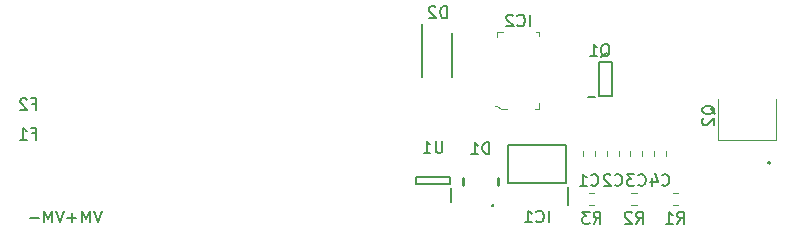
<source format=gbr>
G04 #@! TF.GenerationSoftware,KiCad,Pcbnew,5.1.0-unknown-9e240db~82~ubuntu18.04.1*
G04 #@! TF.CreationDate,2019-04-20T17:34:27+02:00*
G04 #@! TF.ProjectId,VoltMax PWM Board A,566f6c74-4d61-4782-9050-574d20426f61,rev?*
G04 #@! TF.SameCoordinates,Original*
G04 #@! TF.FileFunction,Legend,Bot*
G04 #@! TF.FilePolarity,Positive*
%FSLAX46Y46*%
G04 Gerber Fmt 4.6, Leading zero omitted, Abs format (unit mm)*
G04 Created by KiCad (PCBNEW 5.1.0-unknown-9e240db~82~ubuntu18.04.1) date 2019-04-20 17:34:27*
%MOMM*%
%LPD*%
G04 APERTURE LIST*
%ADD10C,0.200000*%
%ADD11C,0.100000*%
%ADD12C,0.120000*%
%ADD13C,0.254000*%
%ADD14C,0.150000*%
G04 APERTURE END LIST*
D10*
X121168095Y-98928571D02*
X121501428Y-98928571D01*
X121501428Y-99452380D02*
X121501428Y-98452380D01*
X121025238Y-98452380D01*
X120691904Y-98547619D02*
X120644285Y-98500000D01*
X120549047Y-98452380D01*
X120310952Y-98452380D01*
X120215714Y-98500000D01*
X120168095Y-98547619D01*
X120120476Y-98642857D01*
X120120476Y-98738095D01*
X120168095Y-98880952D01*
X120739523Y-99452380D01*
X120120476Y-99452380D01*
X121168095Y-101408571D02*
X121501428Y-101408571D01*
X121501428Y-101932380D02*
X121501428Y-100932380D01*
X121025238Y-100932380D01*
X120120476Y-101932380D02*
X120691904Y-101932380D01*
X120406190Y-101932380D02*
X120406190Y-100932380D01*
X120501428Y-101075238D01*
X120596666Y-101170476D01*
X120691904Y-101218095D01*
X183650000Y-103900000D02*
G75*
G02X183450000Y-103900000I-100000J0D01*
G01*
X183450000Y-103900000D02*
G75*
G02X183650000Y-103900000I100000J0D01*
G01*
X183450000Y-103900000D02*
X183450000Y-103900000D01*
X183650000Y-103900000D02*
X183650000Y-103900000D01*
D11*
X179200000Y-101950000D02*
X179200000Y-98500000D01*
X184100000Y-101950000D02*
X179200000Y-101950000D01*
X184100000Y-98500000D02*
X184100000Y-101950000D01*
D12*
X167790000Y-103320000D02*
X167790000Y-102880000D01*
X168810000Y-103320000D02*
X168810000Y-102880000D01*
X169790000Y-103320000D02*
X169790000Y-102880000D01*
X170810000Y-103320000D02*
X170810000Y-102880000D01*
X171790000Y-103320000D02*
X171790000Y-102880000D01*
X172810000Y-103320000D02*
X172810000Y-102880000D01*
X173790000Y-103320000D02*
X173790000Y-102880000D01*
X174810000Y-103320000D02*
X174810000Y-102880000D01*
D13*
X160140000Y-107523000D02*
G75*
G03X160140000Y-107523000I-52000J0D01*
G01*
X157650000Y-105200000D02*
X157650000Y-105800000D01*
X160550000Y-105200000D02*
X160550000Y-105800000D01*
D10*
X156650000Y-92950000D02*
X156650000Y-96650000D01*
X154150000Y-92165000D02*
X154150000Y-96650000D01*
X166480000Y-107475000D02*
X166480000Y-105950000D01*
X161450000Y-105600000D02*
X166350000Y-105600000D01*
X161450000Y-102400000D02*
X161450000Y-105600000D01*
X166350000Y-102400000D02*
X161450000Y-102400000D01*
X166350000Y-105600000D02*
X166350000Y-102400000D01*
D11*
X164075000Y-92825000D02*
X163775000Y-92825000D01*
X164075000Y-93200000D02*
X164075000Y-92825000D01*
X164075000Y-99375000D02*
X163675000Y-99375000D01*
X164075000Y-98875000D02*
X164075000Y-99375000D01*
X160525000Y-92825000D02*
X160525000Y-93275000D01*
X161000000Y-92825000D02*
X160525000Y-92825000D01*
X160525000Y-99075000D02*
X160330000Y-99075000D01*
X160850000Y-99375000D02*
X160525000Y-99075000D01*
X161325000Y-99375000D02*
X160850000Y-99375000D01*
D10*
X168225000Y-98310000D02*
X168800000Y-98310000D01*
X169150000Y-95350000D02*
X169150000Y-98250000D01*
X170250000Y-95350000D02*
X169150000Y-95350000D01*
X170250000Y-98250000D02*
X170250000Y-95350000D01*
X169150000Y-98250000D02*
X170250000Y-98250000D01*
D12*
X175820000Y-107510000D02*
X175380000Y-107510000D01*
X175820000Y-106490000D02*
X175380000Y-106490000D01*
X171880000Y-106490000D02*
X172320000Y-106490000D01*
X171880000Y-107510000D02*
X172320000Y-107510000D01*
X168280000Y-106490000D02*
X168720000Y-106490000D01*
X168280000Y-107510000D02*
X168720000Y-107510000D01*
D10*
X156600000Y-107250000D02*
X156600000Y-106050000D01*
X153650000Y-105700000D02*
X156550000Y-105700000D01*
X153650000Y-105100000D02*
X153650000Y-105700000D01*
X156550000Y-105100000D02*
X153650000Y-105100000D01*
X156550000Y-105700000D02*
X156550000Y-105100000D01*
D14*
X178947619Y-99804761D02*
X178900000Y-99709523D01*
X178804761Y-99614285D01*
X178661904Y-99471428D01*
X178614285Y-99376190D01*
X178614285Y-99280952D01*
X178852380Y-99328571D02*
X178804761Y-99233333D01*
X178709523Y-99138095D01*
X178519047Y-99090476D01*
X178185714Y-99090476D01*
X177995238Y-99138095D01*
X177900000Y-99233333D01*
X177852380Y-99328571D01*
X177852380Y-99519047D01*
X177900000Y-99614285D01*
X177995238Y-99709523D01*
X178185714Y-99757142D01*
X178519047Y-99757142D01*
X178709523Y-99709523D01*
X178804761Y-99614285D01*
X178852380Y-99519047D01*
X178852380Y-99328571D01*
X177947619Y-100138095D02*
X177900000Y-100185714D01*
X177852380Y-100280952D01*
X177852380Y-100519047D01*
X177900000Y-100614285D01*
X177947619Y-100661904D01*
X178042857Y-100709523D01*
X178138095Y-100709523D01*
X178280952Y-100661904D01*
X178852380Y-100090476D01*
X178852380Y-100709523D01*
X168466666Y-105757142D02*
X168514285Y-105804761D01*
X168657142Y-105852380D01*
X168752380Y-105852380D01*
X168895238Y-105804761D01*
X168990476Y-105709523D01*
X169038095Y-105614285D01*
X169085714Y-105423809D01*
X169085714Y-105280952D01*
X169038095Y-105090476D01*
X168990476Y-104995238D01*
X168895238Y-104900000D01*
X168752380Y-104852380D01*
X168657142Y-104852380D01*
X168514285Y-104900000D01*
X168466666Y-104947619D01*
X167514285Y-105852380D02*
X168085714Y-105852380D01*
X167800000Y-105852380D02*
X167800000Y-104852380D01*
X167895238Y-104995238D01*
X167990476Y-105090476D01*
X168085714Y-105138095D01*
X170466666Y-105757142D02*
X170514285Y-105804761D01*
X170657142Y-105852380D01*
X170752380Y-105852380D01*
X170895238Y-105804761D01*
X170990476Y-105709523D01*
X171038095Y-105614285D01*
X171085714Y-105423809D01*
X171085714Y-105280952D01*
X171038095Y-105090476D01*
X170990476Y-104995238D01*
X170895238Y-104900000D01*
X170752380Y-104852380D01*
X170657142Y-104852380D01*
X170514285Y-104900000D01*
X170466666Y-104947619D01*
X170085714Y-104947619D02*
X170038095Y-104900000D01*
X169942857Y-104852380D01*
X169704761Y-104852380D01*
X169609523Y-104900000D01*
X169561904Y-104947619D01*
X169514285Y-105042857D01*
X169514285Y-105138095D01*
X169561904Y-105280952D01*
X170133333Y-105852380D01*
X169514285Y-105852380D01*
X172466666Y-105757142D02*
X172514285Y-105804761D01*
X172657142Y-105852380D01*
X172752380Y-105852380D01*
X172895238Y-105804761D01*
X172990476Y-105709523D01*
X173038095Y-105614285D01*
X173085714Y-105423809D01*
X173085714Y-105280952D01*
X173038095Y-105090476D01*
X172990476Y-104995238D01*
X172895238Y-104900000D01*
X172752380Y-104852380D01*
X172657142Y-104852380D01*
X172514285Y-104900000D01*
X172466666Y-104947619D01*
X172133333Y-104852380D02*
X171514285Y-104852380D01*
X171847619Y-105233333D01*
X171704761Y-105233333D01*
X171609523Y-105280952D01*
X171561904Y-105328571D01*
X171514285Y-105423809D01*
X171514285Y-105661904D01*
X171561904Y-105757142D01*
X171609523Y-105804761D01*
X171704761Y-105852380D01*
X171990476Y-105852380D01*
X172085714Y-105804761D01*
X172133333Y-105757142D01*
X174466666Y-105757142D02*
X174514285Y-105804761D01*
X174657142Y-105852380D01*
X174752380Y-105852380D01*
X174895238Y-105804761D01*
X174990476Y-105709523D01*
X175038095Y-105614285D01*
X175085714Y-105423809D01*
X175085714Y-105280952D01*
X175038095Y-105090476D01*
X174990476Y-104995238D01*
X174895238Y-104900000D01*
X174752380Y-104852380D01*
X174657142Y-104852380D01*
X174514285Y-104900000D01*
X174466666Y-104947619D01*
X173609523Y-105185714D02*
X173609523Y-105852380D01*
X173847619Y-104804761D02*
X174085714Y-105519047D01*
X173466666Y-105519047D01*
X159838095Y-103152380D02*
X159838095Y-102152380D01*
X159600000Y-102152380D01*
X159457142Y-102200000D01*
X159361904Y-102295238D01*
X159314285Y-102390476D01*
X159266666Y-102580952D01*
X159266666Y-102723809D01*
X159314285Y-102914285D01*
X159361904Y-103009523D01*
X159457142Y-103104761D01*
X159600000Y-103152380D01*
X159838095Y-103152380D01*
X158314285Y-103152380D02*
X158885714Y-103152380D01*
X158600000Y-103152380D02*
X158600000Y-102152380D01*
X158695238Y-102295238D01*
X158790476Y-102390476D01*
X158885714Y-102438095D01*
X156238095Y-91652380D02*
X156238095Y-90652380D01*
X156000000Y-90652380D01*
X155857142Y-90700000D01*
X155761904Y-90795238D01*
X155714285Y-90890476D01*
X155666666Y-91080952D01*
X155666666Y-91223809D01*
X155714285Y-91414285D01*
X155761904Y-91509523D01*
X155857142Y-91604761D01*
X156000000Y-91652380D01*
X156238095Y-91652380D01*
X155285714Y-90747619D02*
X155238095Y-90700000D01*
X155142857Y-90652380D01*
X154904761Y-90652380D01*
X154809523Y-90700000D01*
X154761904Y-90747619D01*
X154714285Y-90842857D01*
X154714285Y-90938095D01*
X154761904Y-91080952D01*
X155333333Y-91652380D01*
X154714285Y-91652380D01*
X164876190Y-108952380D02*
X164876190Y-107952380D01*
X163828571Y-108857142D02*
X163876190Y-108904761D01*
X164019047Y-108952380D01*
X164114285Y-108952380D01*
X164257142Y-108904761D01*
X164352380Y-108809523D01*
X164400000Y-108714285D01*
X164447619Y-108523809D01*
X164447619Y-108380952D01*
X164400000Y-108190476D01*
X164352380Y-108095238D01*
X164257142Y-108000000D01*
X164114285Y-107952380D01*
X164019047Y-107952380D01*
X163876190Y-108000000D01*
X163828571Y-108047619D01*
X162876190Y-108952380D02*
X163447619Y-108952380D01*
X163161904Y-108952380D02*
X163161904Y-107952380D01*
X163257142Y-108095238D01*
X163352380Y-108190476D01*
X163447619Y-108238095D01*
X163276190Y-92352380D02*
X163276190Y-91352380D01*
X162228571Y-92257142D02*
X162276190Y-92304761D01*
X162419047Y-92352380D01*
X162514285Y-92352380D01*
X162657142Y-92304761D01*
X162752380Y-92209523D01*
X162800000Y-92114285D01*
X162847619Y-91923809D01*
X162847619Y-91780952D01*
X162800000Y-91590476D01*
X162752380Y-91495238D01*
X162657142Y-91400000D01*
X162514285Y-91352380D01*
X162419047Y-91352380D01*
X162276190Y-91400000D01*
X162228571Y-91447619D01*
X161847619Y-91447619D02*
X161800000Y-91400000D01*
X161704761Y-91352380D01*
X161466666Y-91352380D01*
X161371428Y-91400000D01*
X161323809Y-91447619D01*
X161276190Y-91542857D01*
X161276190Y-91638095D01*
X161323809Y-91780952D01*
X161895238Y-92352380D01*
X161276190Y-92352380D01*
X169295238Y-94947619D02*
X169390476Y-94900000D01*
X169485714Y-94804761D01*
X169628571Y-94661904D01*
X169723809Y-94614285D01*
X169819047Y-94614285D01*
X169771428Y-94852380D02*
X169866666Y-94804761D01*
X169961904Y-94709523D01*
X170009523Y-94519047D01*
X170009523Y-94185714D01*
X169961904Y-93995238D01*
X169866666Y-93900000D01*
X169771428Y-93852380D01*
X169580952Y-93852380D01*
X169485714Y-93900000D01*
X169390476Y-93995238D01*
X169342857Y-94185714D01*
X169342857Y-94519047D01*
X169390476Y-94709523D01*
X169485714Y-94804761D01*
X169580952Y-94852380D01*
X169771428Y-94852380D01*
X168390476Y-94852380D02*
X168961904Y-94852380D01*
X168676190Y-94852380D02*
X168676190Y-93852380D01*
X168771428Y-93995238D01*
X168866666Y-94090476D01*
X168961904Y-94138095D01*
X175766666Y-109052380D02*
X176100000Y-108576190D01*
X176338095Y-109052380D02*
X176338095Y-108052380D01*
X175957142Y-108052380D01*
X175861904Y-108100000D01*
X175814285Y-108147619D01*
X175766666Y-108242857D01*
X175766666Y-108385714D01*
X175814285Y-108480952D01*
X175861904Y-108528571D01*
X175957142Y-108576190D01*
X176338095Y-108576190D01*
X174814285Y-109052380D02*
X175385714Y-109052380D01*
X175100000Y-109052380D02*
X175100000Y-108052380D01*
X175195238Y-108195238D01*
X175290476Y-108290476D01*
X175385714Y-108338095D01*
X172266666Y-109052380D02*
X172600000Y-108576190D01*
X172838095Y-109052380D02*
X172838095Y-108052380D01*
X172457142Y-108052380D01*
X172361904Y-108100000D01*
X172314285Y-108147619D01*
X172266666Y-108242857D01*
X172266666Y-108385714D01*
X172314285Y-108480952D01*
X172361904Y-108528571D01*
X172457142Y-108576190D01*
X172838095Y-108576190D01*
X171885714Y-108147619D02*
X171838095Y-108100000D01*
X171742857Y-108052380D01*
X171504761Y-108052380D01*
X171409523Y-108100000D01*
X171361904Y-108147619D01*
X171314285Y-108242857D01*
X171314285Y-108338095D01*
X171361904Y-108480952D01*
X171933333Y-109052380D01*
X171314285Y-109052380D01*
X168666666Y-109052380D02*
X169000000Y-108576190D01*
X169238095Y-109052380D02*
X169238095Y-108052380D01*
X168857142Y-108052380D01*
X168761904Y-108100000D01*
X168714285Y-108147619D01*
X168666666Y-108242857D01*
X168666666Y-108385714D01*
X168714285Y-108480952D01*
X168761904Y-108528571D01*
X168857142Y-108576190D01*
X169238095Y-108576190D01*
X168333333Y-108052380D02*
X167714285Y-108052380D01*
X168047619Y-108433333D01*
X167904761Y-108433333D01*
X167809523Y-108480952D01*
X167761904Y-108528571D01*
X167714285Y-108623809D01*
X167714285Y-108861904D01*
X167761904Y-108957142D01*
X167809523Y-109004761D01*
X167904761Y-109052380D01*
X168190476Y-109052380D01*
X168285714Y-109004761D01*
X168333333Y-108957142D01*
X155861904Y-102052380D02*
X155861904Y-102861904D01*
X155814285Y-102957142D01*
X155766666Y-103004761D01*
X155671428Y-103052380D01*
X155480952Y-103052380D01*
X155385714Y-103004761D01*
X155338095Y-102957142D01*
X155290476Y-102861904D01*
X155290476Y-102052380D01*
X154290476Y-103052380D02*
X154861904Y-103052380D01*
X154576190Y-103052380D02*
X154576190Y-102052380D01*
X154671428Y-102195238D01*
X154766666Y-102290476D01*
X154861904Y-102338095D01*
X123823809Y-107952380D02*
X123490476Y-108952380D01*
X123157142Y-107952380D01*
X122823809Y-108952380D02*
X122823809Y-107952380D01*
X122490476Y-108666666D01*
X122157142Y-107952380D01*
X122157142Y-108952380D01*
X121680952Y-108571428D02*
X120919047Y-108571428D01*
X127023809Y-107952380D02*
X126690476Y-108952380D01*
X126357142Y-107952380D01*
X126023809Y-108952380D02*
X126023809Y-107952380D01*
X125690476Y-108666666D01*
X125357142Y-107952380D01*
X125357142Y-108952380D01*
X124880952Y-108571428D02*
X124119047Y-108571428D01*
X124500000Y-108952380D02*
X124500000Y-108190476D01*
M02*

</source>
